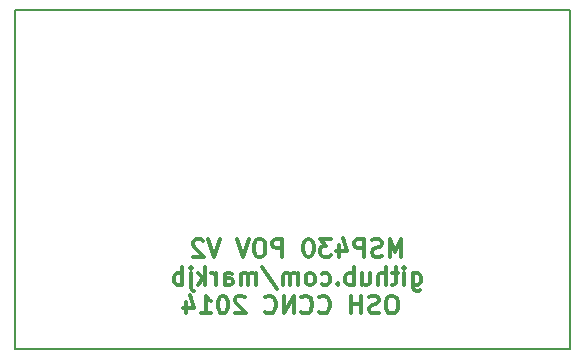
<source format=gbo>
G04 (created by PCBNEW (2013-07-07 BZR 4022)-stable) date 06/07/2014 18:00:34*
%MOIN*%
G04 Gerber Fmt 3.4, Leading zero omitted, Abs format*
%FSLAX34Y34*%
G01*
G70*
G90*
G04 APERTURE LIST*
%ADD10C,0.00393701*%
%ADD11C,0.011811*%
%ADD12C,0.00590551*%
G04 APERTURE END LIST*
G54D10*
G54D11*
X30733Y-22439D02*
X30733Y-21848D01*
X30537Y-22270D01*
X30340Y-21848D01*
X30340Y-22439D01*
X30087Y-22410D02*
X30002Y-22439D01*
X29862Y-22439D01*
X29805Y-22410D01*
X29777Y-22382D01*
X29749Y-22326D01*
X29749Y-22270D01*
X29777Y-22214D01*
X29805Y-22185D01*
X29862Y-22157D01*
X29974Y-22129D01*
X30030Y-22101D01*
X30058Y-22073D01*
X30087Y-22017D01*
X30087Y-21960D01*
X30058Y-21904D01*
X30030Y-21876D01*
X29974Y-21848D01*
X29834Y-21848D01*
X29749Y-21876D01*
X29496Y-22439D02*
X29496Y-21848D01*
X29271Y-21848D01*
X29215Y-21876D01*
X29187Y-21904D01*
X29159Y-21960D01*
X29159Y-22045D01*
X29187Y-22101D01*
X29215Y-22129D01*
X29271Y-22157D01*
X29496Y-22157D01*
X28652Y-22045D02*
X28652Y-22439D01*
X28793Y-21820D02*
X28934Y-22242D01*
X28568Y-22242D01*
X28399Y-21848D02*
X28034Y-21848D01*
X28231Y-22073D01*
X28146Y-22073D01*
X28090Y-22101D01*
X28062Y-22129D01*
X28034Y-22185D01*
X28034Y-22326D01*
X28062Y-22382D01*
X28090Y-22410D01*
X28146Y-22439D01*
X28315Y-22439D01*
X28371Y-22410D01*
X28399Y-22382D01*
X27668Y-21848D02*
X27612Y-21848D01*
X27556Y-21876D01*
X27528Y-21904D01*
X27499Y-21960D01*
X27471Y-22073D01*
X27471Y-22214D01*
X27499Y-22326D01*
X27528Y-22382D01*
X27556Y-22410D01*
X27612Y-22439D01*
X27668Y-22439D01*
X27724Y-22410D01*
X27753Y-22382D01*
X27781Y-22326D01*
X27809Y-22214D01*
X27809Y-22073D01*
X27781Y-21960D01*
X27753Y-21904D01*
X27724Y-21876D01*
X27668Y-21848D01*
X26768Y-22439D02*
X26768Y-21848D01*
X26543Y-21848D01*
X26487Y-21876D01*
X26459Y-21904D01*
X26431Y-21960D01*
X26431Y-22045D01*
X26459Y-22101D01*
X26487Y-22129D01*
X26543Y-22157D01*
X26768Y-22157D01*
X26065Y-21848D02*
X25953Y-21848D01*
X25897Y-21876D01*
X25840Y-21932D01*
X25812Y-22045D01*
X25812Y-22242D01*
X25840Y-22354D01*
X25897Y-22410D01*
X25953Y-22439D01*
X26065Y-22439D01*
X26121Y-22410D01*
X26178Y-22354D01*
X26206Y-22242D01*
X26206Y-22045D01*
X26178Y-21932D01*
X26121Y-21876D01*
X26065Y-21848D01*
X25643Y-21848D02*
X25447Y-22439D01*
X25250Y-21848D01*
X24687Y-21848D02*
X24490Y-22439D01*
X24294Y-21848D01*
X24125Y-21904D02*
X24097Y-21876D01*
X24041Y-21848D01*
X23900Y-21848D01*
X23844Y-21876D01*
X23816Y-21904D01*
X23787Y-21960D01*
X23787Y-22017D01*
X23816Y-22101D01*
X24153Y-22439D01*
X23787Y-22439D01*
X31113Y-22990D02*
X31113Y-23468D01*
X31141Y-23524D01*
X31169Y-23552D01*
X31226Y-23580D01*
X31310Y-23580D01*
X31366Y-23552D01*
X31113Y-23355D02*
X31169Y-23383D01*
X31282Y-23383D01*
X31338Y-23355D01*
X31366Y-23327D01*
X31394Y-23271D01*
X31394Y-23102D01*
X31366Y-23046D01*
X31338Y-23018D01*
X31282Y-22990D01*
X31169Y-22990D01*
X31113Y-23018D01*
X30832Y-23383D02*
X30832Y-22990D01*
X30832Y-22793D02*
X30860Y-22821D01*
X30832Y-22849D01*
X30804Y-22821D01*
X30832Y-22793D01*
X30832Y-22849D01*
X30635Y-22990D02*
X30410Y-22990D01*
X30551Y-22793D02*
X30551Y-23299D01*
X30523Y-23355D01*
X30466Y-23383D01*
X30410Y-23383D01*
X30213Y-23383D02*
X30213Y-22793D01*
X29960Y-23383D02*
X29960Y-23074D01*
X29988Y-23018D01*
X30044Y-22990D01*
X30129Y-22990D01*
X30185Y-23018D01*
X30213Y-23046D01*
X29426Y-22990D02*
X29426Y-23383D01*
X29679Y-22990D02*
X29679Y-23299D01*
X29651Y-23355D01*
X29594Y-23383D01*
X29510Y-23383D01*
X29454Y-23355D01*
X29426Y-23327D01*
X29145Y-23383D02*
X29145Y-22793D01*
X29145Y-23018D02*
X29088Y-22990D01*
X28976Y-22990D01*
X28920Y-23018D01*
X28891Y-23046D01*
X28863Y-23102D01*
X28863Y-23271D01*
X28891Y-23327D01*
X28920Y-23355D01*
X28976Y-23383D01*
X29088Y-23383D01*
X29145Y-23355D01*
X28610Y-23327D02*
X28582Y-23355D01*
X28610Y-23383D01*
X28638Y-23355D01*
X28610Y-23327D01*
X28610Y-23383D01*
X28076Y-23355D02*
X28132Y-23383D01*
X28245Y-23383D01*
X28301Y-23355D01*
X28329Y-23327D01*
X28357Y-23271D01*
X28357Y-23102D01*
X28329Y-23046D01*
X28301Y-23018D01*
X28245Y-22990D01*
X28132Y-22990D01*
X28076Y-23018D01*
X27738Y-23383D02*
X27795Y-23355D01*
X27823Y-23327D01*
X27851Y-23271D01*
X27851Y-23102D01*
X27823Y-23046D01*
X27795Y-23018D01*
X27738Y-22990D01*
X27654Y-22990D01*
X27598Y-23018D01*
X27570Y-23046D01*
X27542Y-23102D01*
X27542Y-23271D01*
X27570Y-23327D01*
X27598Y-23355D01*
X27654Y-23383D01*
X27738Y-23383D01*
X27289Y-23383D02*
X27289Y-22990D01*
X27289Y-23046D02*
X27260Y-23018D01*
X27204Y-22990D01*
X27120Y-22990D01*
X27064Y-23018D01*
X27035Y-23074D01*
X27035Y-23383D01*
X27035Y-23074D02*
X27007Y-23018D01*
X26951Y-22990D01*
X26867Y-22990D01*
X26810Y-23018D01*
X26782Y-23074D01*
X26782Y-23383D01*
X26079Y-22765D02*
X26585Y-23524D01*
X25882Y-23383D02*
X25882Y-22990D01*
X25882Y-23046D02*
X25854Y-23018D01*
X25798Y-22990D01*
X25714Y-22990D01*
X25657Y-23018D01*
X25629Y-23074D01*
X25629Y-23383D01*
X25629Y-23074D02*
X25601Y-23018D01*
X25545Y-22990D01*
X25461Y-22990D01*
X25404Y-23018D01*
X25376Y-23074D01*
X25376Y-23383D01*
X24842Y-23383D02*
X24842Y-23074D01*
X24870Y-23018D01*
X24926Y-22990D01*
X25039Y-22990D01*
X25095Y-23018D01*
X24842Y-23355D02*
X24898Y-23383D01*
X25039Y-23383D01*
X25095Y-23355D01*
X25123Y-23299D01*
X25123Y-23243D01*
X25095Y-23187D01*
X25039Y-23158D01*
X24898Y-23158D01*
X24842Y-23130D01*
X24561Y-23383D02*
X24561Y-22990D01*
X24561Y-23102D02*
X24533Y-23046D01*
X24505Y-23018D01*
X24448Y-22990D01*
X24392Y-22990D01*
X24195Y-23383D02*
X24195Y-22793D01*
X24139Y-23158D02*
X23970Y-23383D01*
X23970Y-22990D02*
X24195Y-23215D01*
X23717Y-22990D02*
X23717Y-23496D01*
X23745Y-23552D01*
X23801Y-23580D01*
X23830Y-23580D01*
X23717Y-22793D02*
X23745Y-22821D01*
X23717Y-22849D01*
X23689Y-22821D01*
X23717Y-22793D01*
X23717Y-22849D01*
X23436Y-23383D02*
X23436Y-22793D01*
X23436Y-23018D02*
X23380Y-22990D01*
X23267Y-22990D01*
X23211Y-23018D01*
X23183Y-23046D01*
X23155Y-23102D01*
X23155Y-23271D01*
X23183Y-23327D01*
X23211Y-23355D01*
X23267Y-23383D01*
X23380Y-23383D01*
X23436Y-23355D01*
X30466Y-23738D02*
X30354Y-23738D01*
X30298Y-23766D01*
X30241Y-23822D01*
X30213Y-23935D01*
X30213Y-24131D01*
X30241Y-24244D01*
X30298Y-24300D01*
X30354Y-24328D01*
X30466Y-24328D01*
X30523Y-24300D01*
X30579Y-24244D01*
X30607Y-24131D01*
X30607Y-23935D01*
X30579Y-23822D01*
X30523Y-23766D01*
X30466Y-23738D01*
X29988Y-24300D02*
X29904Y-24328D01*
X29763Y-24328D01*
X29707Y-24300D01*
X29679Y-24272D01*
X29651Y-24216D01*
X29651Y-24160D01*
X29679Y-24103D01*
X29707Y-24075D01*
X29763Y-24047D01*
X29876Y-24019D01*
X29932Y-23991D01*
X29960Y-23963D01*
X29988Y-23906D01*
X29988Y-23850D01*
X29960Y-23794D01*
X29932Y-23766D01*
X29876Y-23738D01*
X29735Y-23738D01*
X29651Y-23766D01*
X29398Y-24328D02*
X29398Y-23738D01*
X29398Y-24019D02*
X29060Y-24019D01*
X29060Y-24328D02*
X29060Y-23738D01*
X27992Y-24272D02*
X28020Y-24300D01*
X28104Y-24328D01*
X28160Y-24328D01*
X28245Y-24300D01*
X28301Y-24244D01*
X28329Y-24188D01*
X28357Y-24075D01*
X28357Y-23991D01*
X28329Y-23878D01*
X28301Y-23822D01*
X28245Y-23766D01*
X28160Y-23738D01*
X28104Y-23738D01*
X28020Y-23766D01*
X27992Y-23794D01*
X27401Y-24272D02*
X27429Y-24300D01*
X27514Y-24328D01*
X27570Y-24328D01*
X27654Y-24300D01*
X27710Y-24244D01*
X27738Y-24188D01*
X27767Y-24075D01*
X27767Y-23991D01*
X27738Y-23878D01*
X27710Y-23822D01*
X27654Y-23766D01*
X27570Y-23738D01*
X27514Y-23738D01*
X27429Y-23766D01*
X27401Y-23794D01*
X27148Y-24328D02*
X27148Y-23738D01*
X26810Y-24328D01*
X26810Y-23738D01*
X26192Y-24272D02*
X26220Y-24300D01*
X26304Y-24328D01*
X26361Y-24328D01*
X26445Y-24300D01*
X26501Y-24244D01*
X26529Y-24188D01*
X26557Y-24075D01*
X26557Y-23991D01*
X26529Y-23878D01*
X26501Y-23822D01*
X26445Y-23766D01*
X26361Y-23738D01*
X26304Y-23738D01*
X26220Y-23766D01*
X26192Y-23794D01*
X25517Y-23794D02*
X25489Y-23766D01*
X25433Y-23738D01*
X25292Y-23738D01*
X25236Y-23766D01*
X25208Y-23794D01*
X25179Y-23850D01*
X25179Y-23906D01*
X25208Y-23991D01*
X25545Y-24328D01*
X25179Y-24328D01*
X24814Y-23738D02*
X24758Y-23738D01*
X24701Y-23766D01*
X24673Y-23794D01*
X24645Y-23850D01*
X24617Y-23963D01*
X24617Y-24103D01*
X24645Y-24216D01*
X24673Y-24272D01*
X24701Y-24300D01*
X24758Y-24328D01*
X24814Y-24328D01*
X24870Y-24300D01*
X24898Y-24272D01*
X24926Y-24216D01*
X24954Y-24103D01*
X24954Y-23963D01*
X24926Y-23850D01*
X24898Y-23794D01*
X24870Y-23766D01*
X24814Y-23738D01*
X24055Y-24328D02*
X24392Y-24328D01*
X24223Y-24328D02*
X24223Y-23738D01*
X24280Y-23822D01*
X24336Y-23878D01*
X24392Y-23906D01*
X23548Y-23935D02*
X23548Y-24328D01*
X23689Y-23710D02*
X23830Y-24131D01*
X23464Y-24131D01*
G54D12*
X18050Y-14200D02*
X17850Y-14200D01*
X18050Y-25500D02*
X17850Y-25500D01*
X36350Y-14200D02*
X36350Y-25500D01*
X18050Y-14200D02*
X36350Y-14200D01*
X17850Y-25500D02*
X17850Y-14200D01*
X36350Y-25500D02*
X18050Y-25500D01*
M02*

</source>
